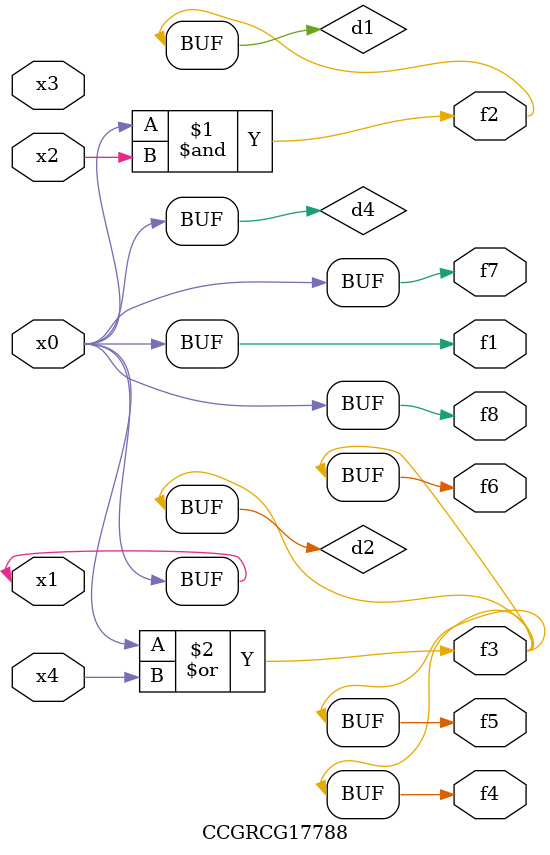
<source format=v>
module CCGRCG17788(
	input x0, x1, x2, x3, x4,
	output f1, f2, f3, f4, f5, f6, f7, f8
);

	wire d1, d2, d3, d4;

	and (d1, x0, x2);
	or (d2, x0, x4);
	nand (d3, x0, x2);
	buf (d4, x0, x1);
	assign f1 = d4;
	assign f2 = d1;
	assign f3 = d2;
	assign f4 = d2;
	assign f5 = d2;
	assign f6 = d2;
	assign f7 = d4;
	assign f8 = d4;
endmodule

</source>
